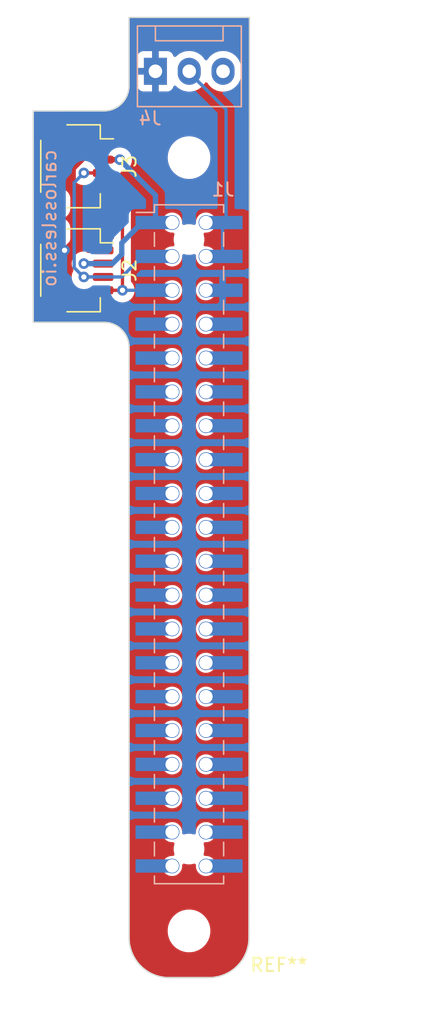
<source format=kicad_pcb>
(kicad_pcb (version 20221018) (generator pcbnew)
  (layers (0 "F.Cu" signal) (31 "B.Cu" signal) (34 "B.Paste" user) (35 "F.Paste" user) (36 "B.SilkS" user "B.Silkscreen") (37 "F.SilkS" user "F.Silkscreen") (38 "B.Mask" user) (39 "F.Mask" user) (44 "Edge.Cuts" user))
  (net 0 "")
  (net 1 "+3V3")
  (net 2 "+5V")
  (net 3 "SDA")
  (net 5 "SCL")
  (net 6 "GND")
  (net 32 "PWM1")
  (footprint "Connector_JST:JST_SH_SM04B-SRSS-TB_1x04-1MP_P1.00mm_Horizontal" (layer "F.Cu") (at 167.05 78.45 -90)
    (fp_text reference "J2" (at 0 -3.98 90) (layer "F.SilkS"))
    (fp_text value "Conn_01x04_Male")
    (fp_line (start -3.11 -1.785) (end -2.06 -1.785) (stroke (width 0.12)) (layer "F.SilkS"))
    (fp_line (start -3.11 0.715) (end -3.11 -1.785) (stroke (width 0.12)) (layer "F.SilkS"))
    (fp_line (start -2.06 -1.785) (end -2.06 -2.775) (stroke (width 0.12)) (layer "F.SilkS"))
    (fp_line (start -1.94 2.685) (end 1.94 2.685) (stroke (width 0.12)) (layer "F.SilkS"))
    (fp_line (start 3.11 -1.785) (end 2.06 -1.785) (stroke (width 0.12)) (layer "F.SilkS"))
    (fp_line (start 3.11 0.715) (end 3.11 -1.785) (stroke (width 0.12)) (layer "F.SilkS"))
    (pad "1" smd roundrect (at -1.5 -2 270) (size 0.6 1.55) (layers "F.Cu" "F.Paste" "F.Mask") (net 6 "GND"))
    (pad "2" smd roundrect (at -0.5 -2 270) (size 0.6 1.55) (layers "F.Cu" "F.Paste" "F.Mask") (net 1 "+3V3"))
    (pad "3" smd roundrect (at 0.5 -2 270) (size 0.6 1.55) (layers "F.Cu" "F.Paste" "F.Mask") (net 3 "SDA"))
    (pad "4" smd roundrect (at 1.5 -2 270) (size 0.6 1.55) (layers "F.Cu" "F.Paste" "F.Mask") (net 5 "SCL"))
    (pad "MP" smd roundrect (at -2.8 1.875 270) (size 1.2 1.8) (layers "F.Cu" "F.Paste" "F.Mask") (roundrect_rratio 0.208333))
    (pad "MP" smd roundrect (at 2.8 1.875 270) (size 1.2 1.8) (layers "F.Cu" "F.Paste" "F.Mask") (roundrect_rratio 0.208333))
  )
  (footprint "MountingHole:MountingHole_2.7mm_M2.5_ISO14580" (layer "F.Cu") (at 175.5 128)
    (fp_text reference "REF**" (at 6.75 2.55) (layer "F.SilkS"))
    (fp_text value "MountingHole_2.7mm_M2.5_ISO14580")
    (pad "" np_thru_hole circle (at 0 0) (size 2.7 2.7) (drill 2.7) (layers "*.Cu" "*.Mask"))
  )
  (footprint "MountingHole:MountingHole_2.7mm_M2.5_ISO14580" (layer "F.Cu") (at 175.5 70)
    (fp_text reference "REF**" hide)
    (fp_text value "MountingHole_2.7mm_M2.5_ISO14580")
    (pad "" np_thru_hole circle (at 0 0) (size 2.7 2.7) (drill 2.7) (layers "*.Cu" "*.Mask"))
  )
  (footprint "Connector_JST:JST_SH_SM04B-SRSS-TB_1x04-1MP_P1.00mm_Horizontal" (layer "F.Cu") (at 167.05 70.65 -90)
    (fp_text reference "J3" (at 0 -3.98 90) (layer "F.SilkS"))
    (fp_text value "Conn_01x04_Male")
    (fp_line (start -3.11 -1.785) (end -2.06 -1.785) (stroke (width 0.12)) (layer "F.SilkS"))
    (fp_line (start -3.11 0.715) (end -3.11 -1.785) (stroke (width 0.12)) (layer "F.SilkS"))
    (fp_line (start -2.06 -1.785) (end -2.06 -2.775) (stroke (width 0.12)) (layer "F.SilkS"))
    (fp_line (start -1.94 2.685) (end 1.94 2.685) (stroke (width 0.12)) (layer "F.SilkS"))
    (fp_line (start 3.11 -1.785) (end 2.06 -1.785) (stroke (width 0.12)) (layer "F.SilkS"))
    (fp_line (start 3.11 0.715) (end 3.11 -1.785) (stroke (width 0.12)) (layer "F.SilkS"))
    (pad "1" smd roundrect (at -1.5 -2 270) (size 0.6 1.55) (layers "F.Cu" "F.Paste" "F.Mask") (net 6 "GND"))
    (pad "2" smd roundrect (at -0.5 -2 270) (size 0.6 1.55) (layers "F.Cu" "F.Paste" "F.Mask") (net 1 "+3V3"))
    (pad "3" smd roundrect (at 0.5 -2 270) (size 0.6 1.55) (layers "F.Cu" "F.Paste" "F.Mask") (net 3 "SDA"))
    (pad "4" smd roundrect (at 1.5 -2 270) (size 0.6 1.55) (layers "F.Cu" "F.Paste" "F.Mask") (net 5 "SCL"))
    (pad "MP" smd roundrect (at -2.8 1.875 270) (size 1.2 1.8) (layers "F.Cu" "F.Paste" "F.Mask") (roundrect_rratio 0.208333))
    (pad "MP" smd roundrect (at 2.8 1.875 270) (size 1.2 1.8) (layers "F.Cu" "F.Paste" "F.Mask") (roundrect_rratio 0.208333))
  )
  (footprint "Connector:FanPinHeader_1x03_P2.54mm_Vertical" (layer "B.Cu") (at 172.974 63.5254)
    (fp_text reference "J4" (at -1.35 3.5306) (layer "B.SilkS") (effects (justify right mirror)))
    (fp_text value "Conn_01x03_Pin")
    (fp_line (start -1.35 -3.4) (end -1.35 2.65) (stroke (width 0.12)) (layer "B.SilkS"))
    (fp_line (start -1.35 2.65) (end 6.45 2.65) (stroke (width 0.12)) (layer "B.SilkS"))
    (fp_line (start 0 -3.3) (end 0 -2.29) (stroke (width 0.12)) (layer "B.SilkS"))
    (fp_line (start 0 -2.29) (end 5.08 -2.29) (stroke (width 0.12)) (layer "B.SilkS"))
    (fp_line (start 5.08 -2.29) (end 5.08 -3.3) (stroke (width 0.12)) (layer "B.SilkS"))
    (fp_line (start 6.45 -3.4) (end -1.35 -3.4) (stroke (width 0.12)) (layer "B.SilkS"))
    (fp_line (start 6.45 2.65) (end 6.45 -3.4) (stroke (width 0.12)) (layer "B.SilkS"))
    (pad "1" thru_hole rect (at 0 0 270) (size 2.03 1.73) (drill 1.02) (layers "*.Cu" "*.Mask") (net 6 "GND"))
    (pad "2" thru_hole oval (at 2.54 0 270) (size 2.03 1.73) (drill 1.02) (layers "*.Cu" "*.Mask") (net 2 "+5V"))
    (pad "3" thru_hole oval (at 5.08 0 270) (size 2.03 1.73) (drill 1.02) (layers "*.Cu" "*.Mask"))
  )
  (footprint "carlossless:RPI_THROUGH_PIN_SOCKET" (layer "B.Cu") (at 175.5 99 180)
    (fp_text reference "J1" (at -2.55 26.6 unlocked) (layer "B.SilkS") (effects (justify mirror)))
    (fp_text value "Conn_02x20_Odd_Even")
    (fp_line (start -2.6 -25.46) (end 2.6 -25.46) (stroke (width 0.12)) (layer "B.SilkS"))
    (fp_line (start -2.6 -24.89) (end -2.6 -25.46) (stroke (width 0.12)) (layer "B.SilkS"))
    (fp_line (start -2.6 -22.35) (end -2.6 -23.37) (stroke (width 0.12)) (layer "B.SilkS"))
    (fp_line (start -2.6 -19.81) (end -2.6 -20.83) (stroke (width 0.12)) (layer "B.SilkS"))
    (fp_line (start -2.6 -17.27) (end -2.6 -18.29) (stroke (width 0.12)) (layer "B.SilkS"))
    (fp_line (start -2.6 -14.73) (end -2.6 -15.75) (stroke (width 0.12)) (layer "B.SilkS"))
    (fp_line (start -2.6 -12.19) (end -2.6 -13.21) (stroke (width 0.12)) (layer "B.SilkS"))
    (fp_line (start -2.6 -9.65) (end -2.6 -10.67) (stroke (width 0.12)) (layer "B.SilkS"))
    (fp_line (start -2.6 -7.11) (end -2.6 -8.13) (stroke (width 0.12)) (layer "B.SilkS"))
    (fp_line (start -2.6 -4.57) (end -2.6 -5.59) (stroke (width 0.12)) (layer "B.SilkS"))
    (fp_line (start -2.6 -2.03) (end -2.6 -3.05) (stroke (width 0.12)) (layer "B.SilkS"))
    (fp_line (start -2.6 0.51) (end -2.6 -0.51) (stroke (width 0.12)) (layer "B.SilkS"))
    (fp_line (start -2.6 3.05) (end -2.6 2.03) (stroke (width 0.12)) (layer "B.SilkS"))
    (fp_line (start -2.6 5.59) (end -2.6 4.57) (stroke (width 0.12)) (layer "B.SilkS"))
    (fp_line (start -2.6 8.13) (end -2.6 7.11) (stroke (width 0.12)) (layer "B.SilkS"))
    (fp_line (start -2.6 10.67) (end -2.6 9.65) (stroke (width 0.12)) (layer "B.SilkS"))
    (fp_line (start -2.6 13.21) (end -2.6 12.19) (stroke (width 0.12)) (layer "B.SilkS"))
    (fp_line (start -2.6 15.75) (end -2.6 14.73) (stroke (width 0.12)) (layer "B.SilkS"))
    (fp_line (start -2.6 18.29) (end -2.6 17.27) (stroke (width 0.12)) (layer "B.SilkS"))
    (fp_line (start -2.6 20.83) (end -2.6 19.81) (stroke (width 0.12)) (layer "B.SilkS"))
    (fp_line (start -2.6 23.37) (end -2.6 22.35) (stroke (width 0.12)) (layer "B.SilkS"))
    (fp_line (start -2.6 25.46) (end -2.6 24.89) (stroke (width 0.12)) (layer "B.SilkS"))
    (fp_line (start -2.6 25.46) (end 2.6 25.46) (stroke (width 0.12)) (layer "B.SilkS"))
    (fp_line (start 2.6 -24.89) (end 2.6 -25.46) (stroke (width 0.12)) (layer "B.SilkS"))
    (fp_line (start 2.6 -22.35) (end 2.6 -23.37) (stroke (width 0.12)) (layer "B.SilkS"))
    (fp_line (start 2.6 -19.81) (end 2.6 -20.83) (stroke (width 0.12)) (layer "B.SilkS"))
    (fp_line (start 2.6 -17.27) (end 2.6 -18.29) (stroke (width 0.12)) (layer "B.SilkS"))
    (fp_line (start 2.6 -14.73) (end 2.6 -15.75) (stroke (width 0.12)) (layer "B.SilkS"))
    (fp_line (start 2.6 -12.19) (end 2.6 -13.21) (stroke (width 0.12)) (layer "B.SilkS"))
    (fp_line (start 2.6 -9.65) (end 2.6 -10.67) (stroke (width 0.12)) (layer "B.SilkS"))
    (fp_line (start 2.6 -7.11) (end 2.6 -8.13) (stroke (width 0.12)) (layer "B.SilkS"))
    (fp_line (start 2.6 -4.57) (end 2.6 -5.59) (stroke (width 0.12)) (layer "B.SilkS"))
    (fp_line (start 2.6 -2.03) (end 2.6 -3.05) (stroke (width 0.12)) (layer "B.SilkS"))
    (fp_line (start 2.6 0.51) (end 2.6 -0.51) (stroke (width 0.12)) (layer "B.SilkS"))
    (fp_line (start 2.6 3.05) (end 2.6 2.03) (stroke (width 0.12)) (layer "B.SilkS"))
    (fp_line (start 2.6 5.59) (end 2.6 4.57) (stroke (width 0.12)) (layer "B.SilkS"))
    (fp_line (start 2.6 8.13) (end 2.6 7.11) (stroke (width 0.12)) (layer "B.SilkS"))
    (fp_line (start 2.6 10.67) (end 2.6 9.65) (stroke (width 0.12)) (layer "B.SilkS"))
    (fp_line (start 2.6 13.21) (end 2.6 12.19) (stroke (width 0.12)) (layer "B.SilkS"))
    (fp_line (start 2.6 15.75) (end 2.6 14.73) (stroke (width 0.12)) (layer "B.SilkS"))
    (fp_line (start 2.6 18.29) (end 2.6 17.27) (stroke (width 0.12)) (layer "B.SilkS"))
    (fp_line (start 2.6 20.83) (end 2.6 19.81) (stroke (width 0.12)) (layer "B.SilkS"))
    (fp_line (start 2.6 23.37) (end 2.6 22.35) (stroke (width 0.12)) (layer "B.SilkS"))
    (fp_line (start 2.6 24.89) (end 3.96 24.89) (stroke (width 0.12)) (layer "B.SilkS"))
    (fp_line (start 2.6 25.46) (end 2.6 24.89) (stroke (width 0.12)) (layer "B.SilkS"))
    (pad "" np_thru_hole circle locked (at -1.27 -24.13 180) (size 1.1 1.1) (drill 1) (layers "F&B.Cu" "*.Mask") (clearance 0.1))
    (pad "" np_thru_hole circle locked (at -1.27 -21.59 180) (size 1.1 1.1) (drill 1) (layers "F&B.Cu" "*.Mask") (clearance 0.1))
    (pad "" np_thru_hole circle locked (at -1.27 -19.05 180) (size 1.1 1.1) (drill 1) (layers "F&B.Cu" "*.Mask") (clearance 0.1))
    (pad "" np_thru_hole circle locked (at -1.27 -16.51 180) (size 1.1 1.1) (drill 1) (layers "F&B.Cu" "*.Mask") (clearance 0.1))
    (pad "" np_thru_hole circle locked (at -1.27 -13.97 180) (size 1.1 1.1) (drill 1) (layers "F&B.Cu" "*.Mask") (clearance 0.1))
    (pad "" np_thru_hole circle locked (at -1.27 -11.43 180) (size 1.1 1.1) (drill 1) (layers "F&B.Cu" "*.Mask") (clearance 0.1))
    (pad "" np_thru_hole circle locked (at -1.27 -8.89 180) (size 1.1 1.1) (drill 1) (layers "F&B.Cu" "*.Mask") (clearance 0.1))
    (pad "" np_thru_hole circle locked (at -1.27 -6.35 180) (size 1.1 1.1) (drill 1) (layers "F&B.Cu" "*.Mask") (clearance 0.1))
    (pad "" np_thru_hole circle locked (at -1.27 -3.81 180) (size 1.1 1.1) (drill 1) (layers "F&B.Cu" "*.Mask") (clearance 0.1))
    (pad "" np_thru_hole circle locked (at -1.27 -1.27 180) (size 1.1 1.1) (drill 1) (layers "F&B.Cu" "*.Mask") (clearance 0.1))
    (pad "" np_thru_hole circle locked (at -1.27 1.27 180) (size 1.1 1.1) (drill 1) (layers "F&B.Cu" "*.Mask") (clearance 0.1))
    (pad "" np_thru_hole circle locked (at -1.27 3.81 180) (size 1.1 1.1) (drill 1) (layers "F&B.Cu" "*.Mask") (clearance 0.1))
    (pad "" np_thru_hole circle locked (at -1.27 6.35 180) (size 1.1 1.1) (drill 1) (layers "F&B.Cu" "*.Mask") (clearance 0.1))
    (pad "" np_thru_hole circle locked (at -1.27 8.89 180) (size 1.1 1.1) (drill 1) (layers "F&B.Cu" "*.Mask") (clearance 0.1))
    (pad "" np_thru_hole circle locked (at -1.27 11.43 180) (size 1.1 1.1) (drill 1) (layers "F&B.Cu" "*.Mask") (clearance 0.1))
    (pad "" np_thru_hole circle locked (at -1.27 13.97 180) (size 1.1 1.1) (drill 1) (layers "F&B.Cu" "*.Mask") (clearance 0.1))
    (pad "" np_thru_hole circle locked (at -1.27 16.51 180) (size 1.1 1.1) (drill 1) (layers "F&B.Cu" "*.Mask") (clearance 0.1))
    (pad "" np_thru_hole circle locked (at -1.27 19.05 180) (size 1.1 1.1) (drill 1) (layers "F&B.Cu" "*.Mask") (clearance 0.1))
    (pad "" np_thru_hole circle locked (at -1.27 21.59 180) (size 1.1 1.1) (drill 1) (layers "F&B.Cu" "*.Mask") (clearance 0.1))
    (pad "" np_thru_hole circle locked (at -1.27 24.13 180) (size 1.1 1.1) (drill 1) (layers "F&B.Cu" "*.Mask") (clearance 0.1))
    (pad "" np_thru_hole circle locked (at 0 -22.86 180) (size 1.8 1.8) (drill 1.8) (layers "F&B.Cu" "*.Mask"))
    (pad "" np_thru_hole circle locked (at 0 22.86 180) (size 1.8 1.8) (drill 1.8) (layers "F&B.Cu" "*.Mask"))
    (pad "" np_thru_hole circle locked (at 1.27 -24.13 180) (size 1.1 1.1) (drill 1) (layers "F&B.Cu" "*.Mask") (clearance 0.1))
    (pad "" np_thru_hole circle locked (at 1.27 -21.59 180) (size 1.1 1.1) (drill 1) (layers "F&B.Cu" "*.Mask") (clearance 0.1))
    (pad "" np_thru_hole circle locked (at 1.27 -19.05 180) (size 1.1 1.1) (drill 1) (layers "F&B.Cu" "*.Mask") (clearance 0.1))
    (pad "" np_thru_hole circle locked (at 1.27 -16.51 180) (size 1.1 1.1) (drill 1) (layers "F&B.Cu" "*.Mask") (clearance 0.1))
    (pad "" np_thru_hole circle locked (at 1.27 -13.97 180) (size 1.1 1.1) (drill 1) (layers "F&B.Cu" "*.Mask") (clearance 0.1))
    (pad "" np_thru_hole circle locked (at 1.27 -11.43 180) (size 1.1 1.1) (drill 1) (layers "F&B.Cu" "*.Mask") (clearance 0.1))
    (pad "" np_thru_hole circle locked (at 1.27 -8.89 180) (size 1.1 1.1) (drill 1) (layers "F&B.Cu" "*.Mask") (clearance 0.1))
    (pad "" np_thru_hole circle locked (at 1.27 -6.35 180) (size 1.1 1.1) (drill 1) (layers "F&B.Cu" "*.Mask") (clearance 0.1))
    (pad "" np_thru_hole circle locked (at 1.27 -3.81 180) (size 1.1 1.1) (drill 1) (layers "F&B.Cu" "*.Mask") (clearance 0.1))
    (pad "" np_thru_hole circle locked (at 1.27 -1.27 180) (size 1.1 1.1) (drill 1) (layers "F&B.Cu" "*.Mask") (clearance 0.1))
    (pad "" np_thru_hole circle locked (at 1.27 1.27 180) (size 1.1 1.1) (drill 1) (layers "F&B.Cu" "*.Mask") (clearance 0.1))
    (pad "" np_thru_hole circle locked (at 1.27 3.81 180) (size 1.1 1.1) (drill 1) (layers "F&B.Cu" "*.Mask") (clearance 0.1))
    (pad "" np_thru_hole circle locked (at 1.27 6.35 180) (size 1.1 1.1) (drill 1) (layers "F&B.Cu" "*.Mask") (clearance 0.1))
    (pad "" np_thru_hole circle locked (at 1.27 8.89 180) (size 1.1 1.1) (drill 1) (layers "F&B.Cu" "*.Mask") (clearance 0.1))
    (pad "" np_thru_hole circle locked (at 1.27 11.43 180) (size 1.1 1.1) (drill 1) (layers "F&B.Cu" "*.Mask") (clearance 0.1))
    (pad "" np_thru_hole circle locked (at 1.27 13.97 180) (size 1.1 1.1) (drill 1) (layers "F&B.Cu" "*.Mask") (clearance 0.1))
    (pad "" np_thru_hole circle locked (at 1.27 16.51 180) (size 1.1 1.1) (drill 1) (layers "F&B.Cu" "*.Mask") (clearance 0.1))
    (pad "" np_thru_hole circle locked (at 1.27 19.05 180) (size 1.1 1.1) (drill 1) (layers "F&B.Cu" "*.Mask") (clearance 0.1))
    (pad "" np_thru_hole circle locked (at 1.27 21.59 180) (size 1.1 1.1) (drill 1) (layers "F&B.Cu" "*.Mask") (clearance 0.1))
    (pad "" np_thru_hole circle locked (at 1.27 24.13 180) (size 1.1 1.1) (drill 1) (layers "F&B.Cu" "*.Mask") (clearance 0.1))
    (pad "1" smd rect locked (at 2.52 24.13 180) (size 3 1) (layers "B.Cu" "B.Paste" "B.Mask") (net 1 "+3V3"))
    (pad "2" smd rect locked (at -2.52 24.13 180) (size 3 1) (layers "B.Cu" "B.Paste" "B.Mask") (net 2 "+5V"))
    (pad "3" smd rect locked (at 2.52 21.59 180) (size 3 1) (layers "B.Cu" "B.Paste" "B.Mask") (net 3 "SDA"))
    (pad "4" smd rect locked (at -2.52 21.59 180) (size 3 1) (layers "B.Cu" "B.Paste" "B.Mask") (net 2 "+5V"))
    (pad "5" smd rect locked (at 2.52 19.05 180) (size 3 1) (layers "B.Cu" "B.Paste" "B.Mask") (net 5 "SCL"))
    (pad "6" smd rect locked (at -2.52 19.05 180) (size 3 1) (layers "B.Cu" "B.Paste" "B.Mask") (net 6 "GND"))
    (pad "7" smd rect locked (at 2.52 16.51 180) (size 3 1) (layers "B.Cu" "B.Paste" "B.Mask"))
    (pad "8" smd rect locked (at -2.52 16.51 180) (size 3 1) (layers "B.Cu" "B.Paste" "B.Mask"))
    (pad "9" smd rect locked (at 2.52 13.97 180) (size 3 1) (layers "B.Cu" "B.Paste" "B.Mask"))
    (pad "10" smd rect locked (at -2.52 13.97 180) (size 3 1) (layers "B.Cu" "B.Paste" "B.Mask"))
    (pad "11" smd rect locked (at 2.52 11.43 180) (size 3 1) (layers "B.Cu" "B.Paste" "B.Mask"))
    (pad "12" smd rect locked (at -2.52 11.43 180) (size 3 1) (layers "B.Cu" "B.Paste" "B.Mask"))
    (pad "13" smd rect locked (at 2.52 8.89 180) (size 3 1) (layers "B.Cu" "B.Paste" "B.Mask"))
    (pad "14" smd rect locked (at -2.52 8.89 180) (size 3 1) (layers "B.Cu" "B.Paste" "B.Mask"))
    (pad "15" smd rect locked (at 2.52 6.35 180) (size 3 1) (layers "B.Cu" "B.Paste" "B.Mask"))
    (pad "16" smd rect locked (at -2.52 6.35 180) (size 3 1) (layers "B.Cu" "B.Paste" "B.Mask"))
    (pad "17" smd rect locked (at 2.52 3.81 180) (size 3 1) (layers "B.Cu" "B.Paste" "B.Mask"))
    (pad "18" smd rect locked (at -2.52 3.81 180) (size 3 1) (layers "B.Cu" "B.Paste" "B.Mask"))
    (pad "19" smd rect locked (at 2.52 1.27 180) (size 3 1) (layers "B.Cu" "B.Paste" "B.Mask"))
    (pad "20" smd rect locked (at -2.52 1.27 180) (size 3 1) (layers "B.Cu" "B.Paste" "B.Mask"))
    (pad "21" smd rect locked (at 2.52 -1.27 180) (size 3 1) (layers "B.Cu" "B.Paste" "B.Mask"))
    (pad "22" smd rect locked (at -2.52 -1.27 180) (size 3 1) (layers "B.Cu" "B.Paste" "B.Mask"))
    (pad "23" smd rect locked (at 2.52 -3.81 180) (size 3 1) (layers "B.Cu" "B.Paste" "B.Mask"))
    (pad "24" smd rect locked (at -2.52 -3.81 180) (size 3 1) (layers "B.Cu" "B.Paste" "B.Mask"))
    (pad "25" smd rect locked (at 2.52 -6.35 180) (size 3 1) (layers "B.Cu" "B.Paste" "B.Mask"))
    (pad "26" smd rect locked (at -2.52 -6.35 180) (size 3 1) (layers "B.Cu" "B.Paste" "B.Mask"))
    (pad "27" smd rect locked (at 2.52 -8.89 180) (size 3 1) (layers "B.Cu" "B.Paste" "B.Mask"))
    (pad "28" smd rect locked (at -2.52 -8.89 180) (size 3 1) (layers "B.Cu" "B.Paste" "B.Mask"))
    (pad "29" smd rect locked (at 2.52 -11.43 180) (size 3 1) (layers "B.Cu" "B.Paste" "B.Mask"))
    (pad "30" smd rect locked (at -2.52 -11.43 180) (size 3 1) (layers "B.Cu" "B.Paste" "B.Mask"))
    (pad "31" smd rect locked (at 2.52 -13.97 180) (size 3 1) (layers "B.Cu" "B.Paste" "B.Mask"))
    (pad "32" smd rect locked (at -2.52 -13.97 180) (size 3 1) (layers "B.Cu" "B.Paste" "B.Mask"))
    (pad "33" smd rect locked (at 2.52 -16.51 180) (size 3 1) (layers "B.Cu" "B.Paste" "B.Mask") (net 32 "PWM1"))
    (pad "34" smd rect locked (at -2.52 -16.51 180) (size 3 1) (layers "B.Cu" "B.Paste" "B.Mask"))
    (pad "35" smd rect locked (at 2.52 -19.05 180) (size 3 1) (layers "B.Cu" "B.Paste" "B.Mask"))
    (pad "36" smd rect locked (at -2.52 -19.05 180) (size 3 1) (layers "B.Cu" "B.Paste" "B.Mask"))
    (pad "37" smd rect locked (at 2.52 -21.59 180) (size 3 1) (layers "B.Cu" "B.Paste" "B.Mask"))
    (pad "38" smd rect locked (at -2.52 -21.59 180) (size 3 1) (layers "B.Cu" "B.Paste" "B.Mask"))
    (pad "39" smd rect locked (at 2.52 -24.13 180) (size 3 1) (layers "B.Cu" "B.Paste" "B.Mask"))
    (pad "40" smd rect locked (at -2.52 -24.13 180) (size 3 1) (layers "B.Cu" "B.Paste" "B.Mask"))
  )
  (gr_line (start 180.0352 59.4868) (end 170.9928 59.4868) (stroke (width 0.1)) (layer "Edge.Cuts"))
  (gr_line (start 180.0352 66.4972) (end 180 128.5) (stroke (width 0.1)) (layer "Edge.Cuts"))
  (gr_line (start 163.8 82.35) (end 169.1204 82.35) (stroke (width 0.1)) (layer "Edge.Cuts"))
  (gr_line (start 171 84.2296) (end 171 128.5) (stroke (width 0.1)) (layer "Edge.Cuts"))
  (gr_line (start 170.9928 59.4868) (end 170.9928 64.6176) (stroke (width 0.1)) (layer "Edge.Cuts"))
  (gr_arc (start 180 128.5) (mid 179.12132 130.62132) (end 177 131.5) (stroke (width 0.1)) (layer "Edge.Cuts"))
  (gr_arc (start 174 131.5) (mid 171.87868 130.62132) (end 171 128.5) (stroke (width 0.1)) (layer "Edge.Cuts"))
  (gr_line (start 163.8 82.35) (end 163.8 66.5) (stroke (width 0.1)) (layer "Edge.Cuts"))
  (gr_line (start 163.8 66.5) (end 169.1132 66.4972) (stroke (width 0.1)) (layer "Edge.Cuts"))
  (gr_line (start 177 131.5) (end 174 131.5) (stroke (width 0.1)) (layer "Edge.Cuts"))
  (gr_arc (start 170.9928 64.6176) (mid 170.442278 65.946678) (end 169.1132 66.4972) (stroke (width 0.1)) (layer "Edge.Cuts"))
  (gr_arc (start 169.1204 82.35) (mid 170.449478 82.900522) (end 171 84.2296) (stroke (width 0.1)) (layer "Edge.Cuts"))
  (gr_line (start 180.0352 66.4972) (end 180.0352 59.4868) (stroke (width 0.1)) (layer "Edge.Cuts"))
  (gr_text "carlossless.io" (at 165.0238 74.549 90) (layer "B.SilkS") (effects (font (size 1 1)) (justify mirror)))
  (segment (start 169.05 70.15) (end 170.3 70.15) (width 0.4) (layer "F.Cu") (net 1))
  (segment (start 167.6 77.95) (end 169.05 77.95) (width 0.4) (layer "F.Cu") (net 1))
  (via (at 170.3 70.15) (size 0.8) (drill 0.4) (layers "F.Cu" "B.Cu") (net 1))
  (via (at 167.6 77.95) (size 0.8) (drill 0.4) (layers "F.Cu" "B.Cu") (net 1))
  (segment (start 171.98 74.87) (end 170.45 76.4) (width 0.4) (layer "B.Cu") (net 1))
  (segment (start 172.98 72.83) (end 170.3 70.15) (width 0.4) (layer "B.Cu") (net 1))
  (segment (start 172.98 74.87) (end 171.98 74.87) (width 0.4) (layer "B.Cu") (net 1))
  (segment (start 169.75 77.95) (end 167.6 77.95) (width 0.4) (layer "B.Cu") (net 1))
  (segment (start 170.45 77.25) (end 169.75 77.95) (width 0.4) (layer "B.Cu") (net 1))
  (segment (start 172.98 74.87) (end 172.98 72.83) (width 0.4) (layer "B.Cu") (net 1))
  (segment (start 170.45 76.4) (end 170.45 77.25) (width 0.4) (layer "B.Cu") (net 1))
  (segment (start 178.2826 66.3842) (end 175.5 63.6016) (width 0.25) (layer "B.Cu") (net 2))
  (segment (start 178.2826 74.6074) (end 178.2826 66.3842) (width 0.25) (layer "B.Cu") (net 2))
  (segment (start 178.02 77.41) (end 178.02 74.87) (width 0.25) (layer "B.Cu") (net 2))
  (segment (start 178.02 74.87) (end 178.2826 74.6074) (width 0.25) (layer "B.Cu") (net 2))
  (segment (start 167.6 71.15) (end 169.05 71.15) (width 0.25) (layer "F.Cu") (net 3))
  (segment (start 167.6 78.95) (end 169.05 78.95) (width 0.25) (layer "F.Cu") (net 3))
  (via (at 167.6 78.95) (size 0.8) (drill 0.4) (layers "F.Cu" "B.Cu") (net 3))
  (via (at 167.6 71.15) (size 0.8) (drill 0.4) (layers "F.Cu" "B.Cu") (net 3))
  (segment (start 167.575386 78.95) (end 166.875489 78.250103) (width 0.25) (layer "B.Cu") (net 3))
  (segment (start 170.45 78.95) (end 167.6 78.95) (width 0.25) (layer "B.Cu") (net 3))
  (segment (start 166.875489 78.250103) (end 166.875489 71.874511) (width 0.25) (layer "B.Cu") (net 3))
  (segment (start 171.99 77.41) (end 170.45 78.95) (width 0.25) (layer "B.Cu") (net 3))
  (segment (start 172.98 77.41) (end 171.99 77.41) (width 0.25) (layer "B.Cu") (net 3))
  (segment (start 167.6 78.95) (end 167.575386 78.95) (width 0.25) (layer "B.Cu") (net 3))
  (segment (start 166.875489 71.874511) (end 167.6 71.15) (width 0.25) (layer "B.Cu") (net 3))
  (segment (start 170.5 79.95) (end 170.5 73.6) (width 0.25) (layer "F.Cu") (net 5))
  (segment (start 170.5 73.6) (end 169.05 72.15) (width 0.25) (layer "F.Cu") (net 5))
  (segment (start 170.5 79.95) (end 169.05 79.95) (width 0.25) (layer "F.Cu") (net 5))
  (via (at 170.5 79.95) (size 0.8) (drill 0.4) (layers "F.Cu" "B.Cu") (net 5))
  (segment (start 172.98 79.95) (end 170.5 79.95) (width 0.25) (layer "B.Cu") (net 5))
  (segment (start 167.95 76.95) (end 169.05 76.95) (width 0.4) (layer "F.Cu") (net 6))
  (segment (start 166.8 76.300989) (end 166.150989 76.95) (width 0.4) (layer "F.Cu") (net 6))
  (segment (start 166.8 76.300989) (end 167.300989 76.300989) (width 0.4) (layer "F.Cu") (net 6))
  (segment (start 167.300989 76.300989) (end 167.95 76.95) (width 0.4) (layer "F.Cu") (net 6))
  (segment (start 168.46932 69.15) (end 166.8 70.81932) (width 0.4) (layer "F.Cu") (net 6))
  (segment (start 169.05 69.15) (end 168.46932 69.15) (width 0.4) (layer "F.Cu") (net 6))
  (segment (start 166.8 70.81932) (end 166.8 76.300989) (width 0.4) (layer "F.Cu") (net 6))
  (via (at 166.150989 76.95) (size 0.8) (drill 0.4) (layers "F.Cu" "B.Cu") (net 6))
  (segment (start 178.02 80.85) (end 178.02 79.95) (width 0.4) (layer "B.Cu") (net 6))
  (segment (start 167.95 81.2) (end 177.67 81.2) (width 0.4) (layer "B.Cu") (net 6))
  (segment (start 177.67 81.2) (end 178.02 80.85) (width 0.4) (layer "B.Cu") (net 6))
  (segment (start 166.150989 76.95) (end 166.150989 79.400989) (width 0.4) (layer "B.Cu") (net 6))
  (segment (start 178.02 79.95) (end 178.006761 79.95) (width 0.25) (layer "B.Cu") (net 6))
  (segment (start 166.150989 79.400989) (end 167.95 81.2) (width 0.4) (layer "B.Cu") (net 6))
  (zone (net 6) (net_name "GND") (layer "F.Cu") (connect_pads (clearance 0.508)) (min_thickness 0.25) (fill yes (thermal_gap 0.5) (thermal_bridge_width 0.5))
    (polygon (pts (xy 180.0352 59.4868) (xy 170.9928 59.4868) (xy 170.4848 65.913) (xy 163.8046 66.4972) (xy 163.8046 82.3468) (xy 170.4848 82.9564) (xy 170.9928 131.445) (xy 180.0098 131.445)))
  )
  (zone (net 6) (net_name "GND") (layer "B.Cu") (connect_pads (clearance 0.508)) (min_thickness 0.25) (fill yes (thermal_gap 0.5) (thermal_bridge_width 0.5))
    (polygon (pts (xy 180.0352 59.4868) (xy 170.9928 59.4868) (xy 170.4848 65.913) (xy 163.8046 66.4972) (xy 163.8046 82.3468) (xy 170.4848 82.9564) (xy 170.9928 131.445) (xy 180.0098 131.445)))
  )
)
</source>
